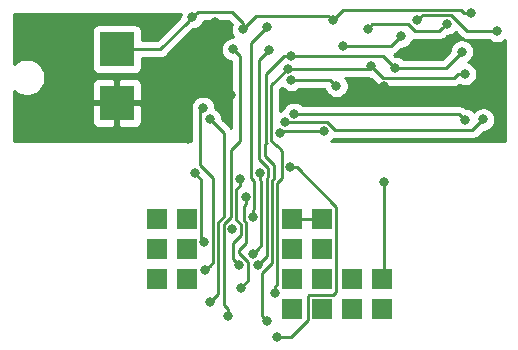
<source format=gbr>
G04 #@! TF.GenerationSoftware,KiCad,Pcbnew,(5.1.5)-3*
G04 #@! TF.CreationDate,2020-03-16T19:29:18-04:00*
G04 #@! TF.ProjectId,PicoTrackerWSPR2Rev1,5069636f-5472-4616-936b-657257535052,rev?*
G04 #@! TF.SameCoordinates,Original*
G04 #@! TF.FileFunction,Copper,L2,Bot*
G04 #@! TF.FilePolarity,Positive*
%FSLAX46Y46*%
G04 Gerber Fmt 4.6, Leading zero omitted, Abs format (unit mm)*
G04 Created by KiCad (PCBNEW (5.1.5)-3) date 2020-03-16 19:29:18*
%MOMM*%
%LPD*%
G04 APERTURE LIST*
%ADD10R,3.000000X3.000000*%
%ADD11R,1.700000X1.700000*%
%ADD12C,0.800000*%
%ADD13C,0.250000*%
%ADD14C,0.254000*%
G04 APERTURE END LIST*
D10*
X80010000Y-70253000D03*
X80010000Y-74803000D03*
D11*
X85979000Y-84645500D03*
X83439000Y-84645500D03*
X97409000Y-84645500D03*
X94869000Y-84645500D03*
X94869000Y-87185500D03*
X99949000Y-89725500D03*
X99949000Y-92265500D03*
X97409000Y-89725500D03*
X97409000Y-92265500D03*
X85979000Y-89725500D03*
X85979000Y-87185500D03*
X83439000Y-89725500D03*
X83439000Y-87185500D03*
X94869000Y-92265500D03*
X94869000Y-89725500D03*
X102489000Y-89725500D03*
X102489000Y-92265500D03*
X97409000Y-87185500D03*
D12*
X110744000Y-70866000D03*
X108458000Y-74168000D03*
X89662000Y-74168000D03*
X80264000Y-74676000D03*
X100050991Y-73660000D03*
X102597087Y-73406153D03*
X86614000Y-80771994D03*
X87429002Y-86614000D03*
X105410000Y-69850000D03*
X96774000Y-74168000D03*
X88392000Y-70104000D03*
X88322002Y-67916977D03*
X97536000Y-77216000D03*
X93827032Y-77355329D03*
X98298000Y-67818004D03*
X90678000Y-68580000D03*
X109972276Y-67198010D03*
X86413842Y-67548299D03*
X104064312Y-69166575D03*
X99146624Y-69987195D03*
X91943800Y-88506554D03*
X92885817Y-70317012D03*
X89429204Y-92819009D03*
X89842384Y-70275072D03*
X109486814Y-72353177D03*
X94507642Y-71895108D03*
X93377021Y-90932000D03*
X101555629Y-71704607D03*
X94742014Y-70866000D03*
X92713766Y-93269020D03*
X103559009Y-71840011D03*
X109236041Y-70461306D03*
X90502067Y-90450510D03*
X90932000Y-82803988D03*
X92119232Y-80725303D03*
X91537032Y-87593010D03*
X92719493Y-68366994D03*
X91538910Y-84474595D03*
X90424000Y-81248328D03*
X90330844Y-88485145D03*
X87884000Y-91694000D03*
X87904999Y-76200000D03*
X87330307Y-75218417D03*
X87468304Y-88978377D03*
X101253994Y-68543010D03*
X107950000Y-68098061D03*
X112180808Y-68697972D03*
X105426080Y-67818000D03*
X102616000Y-81534000D03*
X89780156Y-85438979D03*
X93566235Y-94615495D03*
X94705010Y-80264008D03*
X109474000Y-76236990D03*
X95022024Y-75727343D03*
X111026665Y-76196151D03*
X94278545Y-76396121D03*
X94787543Y-72855150D03*
X98600979Y-73366086D03*
D13*
X87154001Y-86338999D02*
X87429002Y-86614000D01*
X87154001Y-81311995D02*
X87154001Y-86338999D01*
X86614000Y-80771994D02*
X87154001Y-81311995D01*
X88392000Y-70104000D02*
X88392000Y-67986975D01*
X88392000Y-67986975D02*
X88322002Y-67916977D01*
X93966361Y-77216000D02*
X93827032Y-77355329D01*
X97536000Y-77216000D02*
X93966361Y-77216000D01*
X91077999Y-68180001D02*
X90678000Y-68580000D01*
X98298000Y-67818004D02*
X97898001Y-67418005D01*
X97898001Y-67418005D02*
X91839995Y-67418005D01*
X91839995Y-67418005D02*
X91077999Y-68180001D01*
X96309000Y-84645500D02*
X94869000Y-84645500D01*
X97409000Y-84645500D02*
X96309000Y-84645500D01*
X98298000Y-67818004D02*
X99192994Y-66923010D01*
X109131591Y-66923010D02*
X109406591Y-67198010D01*
X109406591Y-67198010D02*
X109972276Y-67198010D01*
X99192994Y-66923010D02*
X109131591Y-66923010D01*
X86013843Y-67948298D02*
X86413842Y-67548299D01*
X83709141Y-70253000D02*
X86013843Y-67948298D01*
X80010000Y-70253000D02*
X83709141Y-70253000D01*
X90678000Y-68014315D02*
X89756683Y-67092998D01*
X90678000Y-68580000D02*
X90678000Y-68014315D01*
X89756683Y-67092998D02*
X86869143Y-67092998D01*
X86813841Y-67148300D02*
X86413842Y-67548299D01*
X86869143Y-67092998D02*
X86813841Y-67148300D01*
X103243692Y-69987195D02*
X99712309Y-69987195D01*
X99712309Y-69987195D02*
X99146624Y-69987195D01*
X104064312Y-69166575D02*
X103243692Y-69987195D01*
X92055426Y-79557256D02*
X92055426Y-71147403D01*
X92713922Y-87736432D02*
X92713922Y-81172395D01*
X92485818Y-70717011D02*
X92885817Y-70317012D01*
X92844242Y-80346072D02*
X92055426Y-79557256D01*
X92844242Y-81042075D02*
X92844242Y-80346072D01*
X92055426Y-71147403D02*
X92485818Y-70717011D01*
X91943800Y-88506554D02*
X92713922Y-87736432D01*
X92713922Y-81172395D02*
X92844242Y-81042075D01*
X89429204Y-92819009D02*
X89429204Y-92253324D01*
X90424000Y-70856688D02*
X90242383Y-70675071D01*
X89662000Y-84486573D02*
X89662000Y-78809804D01*
X89055155Y-91879275D02*
X89055155Y-85093418D01*
X89662000Y-78809804D02*
X90424000Y-78047804D01*
X90424000Y-78047804D02*
X90424000Y-70856688D01*
X89055155Y-85093418D02*
X89662000Y-84486573D01*
X90242383Y-70675071D02*
X89842384Y-70275072D01*
X89429204Y-92253324D02*
X89055155Y-91879275D01*
X101365128Y-71895108D02*
X101555629Y-71704607D01*
X94507642Y-71895108D02*
X101365128Y-71895108D01*
X102532174Y-72681152D02*
X101955628Y-72104606D01*
X101955628Y-72104606D02*
X101555629Y-71704607D01*
X108921129Y-72353177D02*
X108593154Y-72681152D01*
X108593154Y-72681152D02*
X102532174Y-72681152D01*
X109486814Y-72353177D02*
X108921129Y-72353177D01*
X93377021Y-90366315D02*
X93377021Y-90932000D01*
X93615390Y-90127946D02*
X93377021Y-90366315D01*
X93980000Y-78865590D02*
X93980000Y-81179138D01*
X93980000Y-81179138D02*
X93615390Y-81543748D01*
X93102022Y-73300728D02*
X93102022Y-77987612D01*
X93615390Y-81543748D02*
X93615390Y-90127946D01*
X93486387Y-78371978D02*
X93492659Y-78371257D01*
X93806817Y-78652618D02*
X93806649Y-78692238D01*
X93102022Y-77987612D02*
X93486387Y-78371978D01*
X93492659Y-78371257D02*
X93538940Y-78408006D01*
X93806649Y-78692238D02*
X93980000Y-78865590D01*
X93564391Y-78408115D02*
X93806817Y-78652618D01*
X94507642Y-71895108D02*
X93102022Y-73300728D01*
X93538940Y-78408006D02*
X93564391Y-78408115D01*
X94176329Y-70866000D02*
X94742014Y-70866000D01*
X92652011Y-72390318D02*
X94176329Y-70866000D01*
X92652011Y-78174011D02*
X92652011Y-72390318D01*
X92710000Y-78232000D02*
X92652011Y-78174011D01*
X102584998Y-70866000D02*
X103559009Y-71840011D01*
X94742014Y-70866000D02*
X102584998Y-70866000D01*
X93163933Y-81358795D02*
X93163933Y-88359425D01*
X92652011Y-78174011D02*
X92537399Y-78288623D01*
X93294253Y-80086253D02*
X93294253Y-81228475D01*
X92537399Y-79329399D02*
X93294253Y-80086253D01*
X92537399Y-78288623D02*
X92537399Y-79329399D01*
X93294253Y-81228475D02*
X93163933Y-81358795D01*
X92313767Y-89209591D02*
X92313767Y-92869021D01*
X92313767Y-92869021D02*
X92713766Y-93269020D01*
X93163933Y-88359425D02*
X92313767Y-89209591D01*
X103559009Y-71840011D02*
X107857336Y-71840011D01*
X107857336Y-71840011D02*
X109236041Y-70461306D01*
X91149001Y-88277983D02*
X90355420Y-87484402D01*
X90955168Y-86650668D02*
X90955168Y-84904578D01*
X90812742Y-83488931D02*
X90932000Y-83369673D01*
X91149001Y-89803576D02*
X91149001Y-88277983D01*
X90955168Y-84904578D02*
X90812742Y-84762152D01*
X90812742Y-84762152D02*
X90812742Y-83488931D01*
X90355420Y-87250416D02*
X90955168Y-86650668D01*
X90355420Y-87484402D02*
X90355420Y-87250416D01*
X90932000Y-83369673D02*
X90932000Y-82803988D01*
X90502067Y-90450510D02*
X91149001Y-89803576D01*
X92263911Y-81435667D02*
X92263911Y-86866131D01*
X92263911Y-86866131D02*
X91937031Y-87193011D01*
X91937031Y-87193011D02*
X91537032Y-87593010D01*
X92119232Y-81290988D02*
X92263911Y-81435667D01*
X92119232Y-80725303D02*
X92119232Y-81290988D01*
X91657001Y-83790819D02*
X91538910Y-83908910D01*
X91657001Y-81439999D02*
X91657001Y-83790819D01*
X91352785Y-69733702D02*
X91352785Y-81135783D01*
X92719493Y-68366994D02*
X91352785Y-69733702D01*
X91352785Y-81135783D02*
X91657001Y-81439999D01*
X91538910Y-83908910D02*
X91538910Y-84474595D01*
X90112011Y-82126002D02*
X90112011Y-84697832D01*
X90424000Y-81248328D02*
X90424000Y-81814013D01*
X90424000Y-81814013D02*
X90112011Y-82126002D01*
X90112011Y-84697832D02*
X90505157Y-85090978D01*
X90505157Y-85090978D02*
X90505157Y-85969035D01*
X89821012Y-86653180D02*
X89821012Y-87975313D01*
X89821012Y-87975313D02*
X89930845Y-88085146D01*
X89930845Y-88085146D02*
X90330844Y-88485145D01*
X90505157Y-85969035D02*
X89821012Y-86653180D01*
X89059012Y-84453150D02*
X89059012Y-77354013D01*
X89059012Y-77354013D02*
X88304998Y-76599999D01*
X88304998Y-76599999D02*
X87904999Y-76200000D01*
X88605144Y-84907018D02*
X89059012Y-84453150D01*
X87884000Y-91694000D02*
X88605144Y-90972856D01*
X88605144Y-90972856D02*
X88605144Y-84907018D01*
X87868303Y-88578378D02*
X87468304Y-88978377D01*
X88154004Y-88292677D02*
X87868303Y-88578378D01*
X87330307Y-75218417D02*
X87027999Y-75520725D01*
X88154004Y-81173002D02*
X88154004Y-88292677D01*
X87027999Y-80046997D02*
X88154004Y-81173002D01*
X87027999Y-75520725D02*
X87027999Y-80046997D01*
X104701011Y-68143011D02*
X105283999Y-68725999D01*
X107550001Y-68498060D02*
X107950000Y-68098061D01*
X101253994Y-68543010D02*
X101653993Y-68143011D01*
X105283999Y-68725999D02*
X107322062Y-68725999D01*
X101653993Y-68143011D02*
X104701011Y-68143011D01*
X107322062Y-68725999D02*
X107550001Y-68498060D01*
X105826079Y-67418001D02*
X105426080Y-67818000D01*
X109649004Y-68697972D02*
X108324053Y-67373021D01*
X108324053Y-67373021D02*
X105871059Y-67373021D01*
X112180808Y-68697972D02*
X109649004Y-68697972D01*
X105871059Y-67373021D02*
X105826079Y-67418001D01*
X102616000Y-89598500D02*
X102489000Y-89725500D01*
X102616000Y-81534000D02*
X102616000Y-89598500D01*
X98584001Y-90835501D02*
X98584001Y-83577314D01*
X98584001Y-83577314D02*
X95270695Y-80264008D01*
X96298999Y-91090499D02*
X98329003Y-91090499D01*
X96233999Y-91155499D02*
X96298999Y-91090499D01*
X96233999Y-93185503D02*
X96233999Y-91155499D01*
X93566235Y-94615495D02*
X94804007Y-94615495D01*
X98329003Y-91090499D02*
X98584001Y-90835501D01*
X95270695Y-80264008D02*
X94705010Y-80264008D01*
X94804007Y-94615495D02*
X96233999Y-93185503D01*
X109474000Y-76236990D02*
X108964353Y-75727343D01*
X108964353Y-75727343D02*
X95587709Y-75727343D01*
X95587709Y-75727343D02*
X95022024Y-75727343D01*
X98501003Y-77107999D02*
X97845349Y-76452345D01*
X110114817Y-77107999D02*
X98501003Y-77107999D01*
X111026665Y-76196151D02*
X110114817Y-77107999D01*
X94334769Y-76452345D02*
X94278545Y-76396121D01*
X97845349Y-76452345D02*
X94334769Y-76452345D01*
X94787543Y-72855150D02*
X98090043Y-72855150D01*
X98090043Y-72855150D02*
X98600979Y-73366086D01*
D14*
G36*
X85418616Y-67246401D02*
G01*
X85378842Y-67446360D01*
X85378842Y-67508497D01*
X83394340Y-69493000D01*
X82148072Y-69493000D01*
X82148072Y-68753000D01*
X82135812Y-68628518D01*
X82099502Y-68508820D01*
X82040537Y-68398506D01*
X81961185Y-68301815D01*
X81864494Y-68222463D01*
X81754180Y-68163498D01*
X81634482Y-68127188D01*
X81510000Y-68114928D01*
X78510000Y-68114928D01*
X78385518Y-68127188D01*
X78265820Y-68163498D01*
X78155506Y-68222463D01*
X78058815Y-68301815D01*
X77979463Y-68398506D01*
X77920498Y-68508820D01*
X77884188Y-68628518D01*
X77871928Y-68753000D01*
X77871928Y-71753000D01*
X77884188Y-71877482D01*
X77920498Y-71997180D01*
X77979463Y-72107494D01*
X78058815Y-72204185D01*
X78155506Y-72283537D01*
X78265820Y-72342502D01*
X78385518Y-72378812D01*
X78510000Y-72391072D01*
X81510000Y-72391072D01*
X81634482Y-72378812D01*
X81754180Y-72342502D01*
X81864494Y-72283537D01*
X81961185Y-72204185D01*
X82040537Y-72107494D01*
X82099502Y-71997180D01*
X82135812Y-71877482D01*
X82148072Y-71753000D01*
X82148072Y-71013000D01*
X83671819Y-71013000D01*
X83709141Y-71016676D01*
X83746463Y-71013000D01*
X83746474Y-71013000D01*
X83858127Y-71002003D01*
X84001388Y-70958546D01*
X84133417Y-70887974D01*
X84249142Y-70793001D01*
X84272945Y-70763997D01*
X86453644Y-68583299D01*
X86515781Y-68583299D01*
X86715740Y-68543525D01*
X86904098Y-68465504D01*
X87073616Y-68352236D01*
X87217779Y-68208073D01*
X87331047Y-68038555D01*
X87407908Y-67852998D01*
X89441882Y-67852998D01*
X89736729Y-68147845D01*
X89682774Y-68278102D01*
X89643000Y-68478061D01*
X89643000Y-68681939D01*
X89682774Y-68881898D01*
X89760795Y-69070256D01*
X89874063Y-69239774D01*
X89874361Y-69240072D01*
X89740445Y-69240072D01*
X89540486Y-69279846D01*
X89352128Y-69357867D01*
X89182610Y-69471135D01*
X89038447Y-69615298D01*
X88925179Y-69784816D01*
X88847158Y-69973174D01*
X88807384Y-70173133D01*
X88807384Y-70377011D01*
X88847158Y-70576970D01*
X88925179Y-70765328D01*
X89038447Y-70934846D01*
X89182610Y-71079009D01*
X89352128Y-71192277D01*
X89540486Y-71270298D01*
X89664001Y-71294866D01*
X89664000Y-76893199D01*
X89599013Y-76814012D01*
X89570014Y-76790214D01*
X88939999Y-76160199D01*
X88939999Y-76098061D01*
X88900225Y-75898102D01*
X88822204Y-75709744D01*
X88708936Y-75540226D01*
X88564773Y-75396063D01*
X88395255Y-75282795D01*
X88365307Y-75270390D01*
X88365307Y-75116478D01*
X88325533Y-74916519D01*
X88247512Y-74728161D01*
X88134244Y-74558643D01*
X87990081Y-74414480D01*
X87820563Y-74301212D01*
X87632205Y-74223191D01*
X87432246Y-74183417D01*
X87228368Y-74183417D01*
X87028409Y-74223191D01*
X86840051Y-74301212D01*
X86670533Y-74414480D01*
X86526370Y-74558643D01*
X86413102Y-74728161D01*
X86335081Y-74916519D01*
X86295307Y-75116478D01*
X86295307Y-75317969D01*
X86278996Y-75371740D01*
X86267999Y-75483393D01*
X86267999Y-75483403D01*
X86264323Y-75520725D01*
X86267999Y-75558048D01*
X86268000Y-78009781D01*
X86263063Y-78009781D01*
X86072914Y-78047604D01*
X86012171Y-78072765D01*
X85986283Y-78064912D01*
X85885647Y-78055000D01*
X85852000Y-78051686D01*
X85818353Y-78055000D01*
X71297000Y-78055000D01*
X71297000Y-76303000D01*
X77871928Y-76303000D01*
X77884188Y-76427482D01*
X77920498Y-76547180D01*
X77979463Y-76657494D01*
X78058815Y-76754185D01*
X78155506Y-76833537D01*
X78265820Y-76892502D01*
X78385518Y-76928812D01*
X78510000Y-76941072D01*
X79724250Y-76938000D01*
X79883000Y-76779250D01*
X79883000Y-74930000D01*
X80137000Y-74930000D01*
X80137000Y-76779250D01*
X80295750Y-76938000D01*
X81510000Y-76941072D01*
X81634482Y-76928812D01*
X81754180Y-76892502D01*
X81864494Y-76833537D01*
X81961185Y-76754185D01*
X82040537Y-76657494D01*
X82099502Y-76547180D01*
X82135812Y-76427482D01*
X82148072Y-76303000D01*
X82145000Y-75088750D01*
X81986250Y-74930000D01*
X80137000Y-74930000D01*
X79883000Y-74930000D01*
X78033750Y-74930000D01*
X77875000Y-75088750D01*
X77871928Y-76303000D01*
X71297000Y-76303000D01*
X71297000Y-73794402D01*
X71378777Y-73876179D01*
X71638594Y-74049782D01*
X71927286Y-74169363D01*
X72233761Y-74230324D01*
X72546239Y-74230324D01*
X72852714Y-74169363D01*
X73141406Y-74049782D01*
X73401223Y-73876179D01*
X73622179Y-73655223D01*
X73795782Y-73395406D01*
X73834058Y-73303000D01*
X77871928Y-73303000D01*
X77875000Y-74517250D01*
X78033750Y-74676000D01*
X79883000Y-74676000D01*
X79883000Y-72826750D01*
X80137000Y-72826750D01*
X80137000Y-74676000D01*
X81986250Y-74676000D01*
X82145000Y-74517250D01*
X82148072Y-73303000D01*
X82135812Y-73178518D01*
X82099502Y-73058820D01*
X82040537Y-72948506D01*
X81961185Y-72851815D01*
X81864494Y-72772463D01*
X81754180Y-72713498D01*
X81634482Y-72677188D01*
X81510000Y-72664928D01*
X80295750Y-72668000D01*
X80137000Y-72826750D01*
X79883000Y-72826750D01*
X79724250Y-72668000D01*
X78510000Y-72664928D01*
X78385518Y-72677188D01*
X78265820Y-72713498D01*
X78155506Y-72772463D01*
X78058815Y-72851815D01*
X77979463Y-72948506D01*
X77920498Y-73058820D01*
X77884188Y-73178518D01*
X77871928Y-73303000D01*
X73834058Y-73303000D01*
X73915363Y-73106714D01*
X73976324Y-72800239D01*
X73976324Y-72487761D01*
X73915363Y-72181286D01*
X73795782Y-71892594D01*
X73622179Y-71632777D01*
X73401223Y-71411821D01*
X73141406Y-71238218D01*
X72852714Y-71118637D01*
X72546239Y-71057676D01*
X72233761Y-71057676D01*
X71927286Y-71118637D01*
X71638594Y-71238218D01*
X71378777Y-71411821D01*
X71297000Y-71493598D01*
X71297000Y-67233000D01*
X85424167Y-67233000D01*
X85418616Y-67246401D01*
G37*
X85418616Y-67246401D02*
X85378842Y-67446360D01*
X85378842Y-67508497D01*
X83394340Y-69493000D01*
X82148072Y-69493000D01*
X82148072Y-68753000D01*
X82135812Y-68628518D01*
X82099502Y-68508820D01*
X82040537Y-68398506D01*
X81961185Y-68301815D01*
X81864494Y-68222463D01*
X81754180Y-68163498D01*
X81634482Y-68127188D01*
X81510000Y-68114928D01*
X78510000Y-68114928D01*
X78385518Y-68127188D01*
X78265820Y-68163498D01*
X78155506Y-68222463D01*
X78058815Y-68301815D01*
X77979463Y-68398506D01*
X77920498Y-68508820D01*
X77884188Y-68628518D01*
X77871928Y-68753000D01*
X77871928Y-71753000D01*
X77884188Y-71877482D01*
X77920498Y-71997180D01*
X77979463Y-72107494D01*
X78058815Y-72204185D01*
X78155506Y-72283537D01*
X78265820Y-72342502D01*
X78385518Y-72378812D01*
X78510000Y-72391072D01*
X81510000Y-72391072D01*
X81634482Y-72378812D01*
X81754180Y-72342502D01*
X81864494Y-72283537D01*
X81961185Y-72204185D01*
X82040537Y-72107494D01*
X82099502Y-71997180D01*
X82135812Y-71877482D01*
X82148072Y-71753000D01*
X82148072Y-71013000D01*
X83671819Y-71013000D01*
X83709141Y-71016676D01*
X83746463Y-71013000D01*
X83746474Y-71013000D01*
X83858127Y-71002003D01*
X84001388Y-70958546D01*
X84133417Y-70887974D01*
X84249142Y-70793001D01*
X84272945Y-70763997D01*
X86453644Y-68583299D01*
X86515781Y-68583299D01*
X86715740Y-68543525D01*
X86904098Y-68465504D01*
X87073616Y-68352236D01*
X87217779Y-68208073D01*
X87331047Y-68038555D01*
X87407908Y-67852998D01*
X89441882Y-67852998D01*
X89736729Y-68147845D01*
X89682774Y-68278102D01*
X89643000Y-68478061D01*
X89643000Y-68681939D01*
X89682774Y-68881898D01*
X89760795Y-69070256D01*
X89874063Y-69239774D01*
X89874361Y-69240072D01*
X89740445Y-69240072D01*
X89540486Y-69279846D01*
X89352128Y-69357867D01*
X89182610Y-69471135D01*
X89038447Y-69615298D01*
X88925179Y-69784816D01*
X88847158Y-69973174D01*
X88807384Y-70173133D01*
X88807384Y-70377011D01*
X88847158Y-70576970D01*
X88925179Y-70765328D01*
X89038447Y-70934846D01*
X89182610Y-71079009D01*
X89352128Y-71192277D01*
X89540486Y-71270298D01*
X89664001Y-71294866D01*
X89664000Y-76893199D01*
X89599013Y-76814012D01*
X89570014Y-76790214D01*
X88939999Y-76160199D01*
X88939999Y-76098061D01*
X88900225Y-75898102D01*
X88822204Y-75709744D01*
X88708936Y-75540226D01*
X88564773Y-75396063D01*
X88395255Y-75282795D01*
X88365307Y-75270390D01*
X88365307Y-75116478D01*
X88325533Y-74916519D01*
X88247512Y-74728161D01*
X88134244Y-74558643D01*
X87990081Y-74414480D01*
X87820563Y-74301212D01*
X87632205Y-74223191D01*
X87432246Y-74183417D01*
X87228368Y-74183417D01*
X87028409Y-74223191D01*
X86840051Y-74301212D01*
X86670533Y-74414480D01*
X86526370Y-74558643D01*
X86413102Y-74728161D01*
X86335081Y-74916519D01*
X86295307Y-75116478D01*
X86295307Y-75317969D01*
X86278996Y-75371740D01*
X86267999Y-75483393D01*
X86267999Y-75483403D01*
X86264323Y-75520725D01*
X86267999Y-75558048D01*
X86268000Y-78009781D01*
X86263063Y-78009781D01*
X86072914Y-78047604D01*
X86012171Y-78072765D01*
X85986283Y-78064912D01*
X85885647Y-78055000D01*
X85852000Y-78051686D01*
X85818353Y-78055000D01*
X71297000Y-78055000D01*
X71297000Y-76303000D01*
X77871928Y-76303000D01*
X77884188Y-76427482D01*
X77920498Y-76547180D01*
X77979463Y-76657494D01*
X78058815Y-76754185D01*
X78155506Y-76833537D01*
X78265820Y-76892502D01*
X78385518Y-76928812D01*
X78510000Y-76941072D01*
X79724250Y-76938000D01*
X79883000Y-76779250D01*
X79883000Y-74930000D01*
X80137000Y-74930000D01*
X80137000Y-76779250D01*
X80295750Y-76938000D01*
X81510000Y-76941072D01*
X81634482Y-76928812D01*
X81754180Y-76892502D01*
X81864494Y-76833537D01*
X81961185Y-76754185D01*
X82040537Y-76657494D01*
X82099502Y-76547180D01*
X82135812Y-76427482D01*
X82148072Y-76303000D01*
X82145000Y-75088750D01*
X81986250Y-74930000D01*
X80137000Y-74930000D01*
X79883000Y-74930000D01*
X78033750Y-74930000D01*
X77875000Y-75088750D01*
X77871928Y-76303000D01*
X71297000Y-76303000D01*
X71297000Y-73794402D01*
X71378777Y-73876179D01*
X71638594Y-74049782D01*
X71927286Y-74169363D01*
X72233761Y-74230324D01*
X72546239Y-74230324D01*
X72852714Y-74169363D01*
X73141406Y-74049782D01*
X73401223Y-73876179D01*
X73622179Y-73655223D01*
X73795782Y-73395406D01*
X73834058Y-73303000D01*
X77871928Y-73303000D01*
X77875000Y-74517250D01*
X78033750Y-74676000D01*
X79883000Y-74676000D01*
X79883000Y-72826750D01*
X80137000Y-72826750D01*
X80137000Y-74676000D01*
X81986250Y-74676000D01*
X82145000Y-74517250D01*
X82148072Y-73303000D01*
X82135812Y-73178518D01*
X82099502Y-73058820D01*
X82040537Y-72948506D01*
X81961185Y-72851815D01*
X81864494Y-72772463D01*
X81754180Y-72713498D01*
X81634482Y-72677188D01*
X81510000Y-72664928D01*
X80295750Y-72668000D01*
X80137000Y-72826750D01*
X79883000Y-72826750D01*
X79724250Y-72668000D01*
X78510000Y-72664928D01*
X78385518Y-72677188D01*
X78265820Y-72713498D01*
X78155506Y-72772463D01*
X78058815Y-72851815D01*
X77979463Y-72948506D01*
X77920498Y-73058820D01*
X77884188Y-73178518D01*
X77871928Y-73303000D01*
X73834058Y-73303000D01*
X73915363Y-73106714D01*
X73976324Y-72800239D01*
X73976324Y-72487761D01*
X73915363Y-72181286D01*
X73795782Y-71892594D01*
X73622179Y-71632777D01*
X73401223Y-71411821D01*
X73141406Y-71238218D01*
X72852714Y-71118637D01*
X72546239Y-71057676D01*
X72233761Y-71057676D01*
X71927286Y-71118637D01*
X71638594Y-71238218D01*
X71378777Y-71411821D01*
X71297000Y-71493598D01*
X71297000Y-67233000D01*
X85424167Y-67233000D01*
X85418616Y-67246401D01*
G36*
X109085205Y-69208975D02*
G01*
X109109003Y-69237973D01*
X109224728Y-69332946D01*
X109356757Y-69403518D01*
X109500018Y-69446975D01*
X109611671Y-69457972D01*
X109611679Y-69457972D01*
X109649004Y-69461648D01*
X109686329Y-69457972D01*
X111477097Y-69457972D01*
X111521034Y-69501909D01*
X111690552Y-69615177D01*
X111878910Y-69693198D01*
X112078869Y-69732972D01*
X112282747Y-69732972D01*
X112482706Y-69693198D01*
X112671064Y-69615177D01*
X112840582Y-69501909D01*
X112853000Y-69489491D01*
X112853001Y-78055000D01*
X98143298Y-78055000D01*
X98195774Y-78019937D01*
X98339937Y-77875774D01*
X98352451Y-77857045D01*
X98463670Y-77867999D01*
X98463678Y-77867999D01*
X98501003Y-77871675D01*
X98538328Y-77867999D01*
X110077495Y-77867999D01*
X110114817Y-77871675D01*
X110152139Y-77867999D01*
X110152150Y-77867999D01*
X110263803Y-77857002D01*
X110407064Y-77813545D01*
X110539093Y-77742973D01*
X110654818Y-77648000D01*
X110678620Y-77618997D01*
X111066466Y-77231151D01*
X111128604Y-77231151D01*
X111328563Y-77191377D01*
X111516921Y-77113356D01*
X111686439Y-77000088D01*
X111830602Y-76855925D01*
X111943870Y-76686407D01*
X112021891Y-76498049D01*
X112061665Y-76298090D01*
X112061665Y-76094212D01*
X112021891Y-75894253D01*
X111943870Y-75705895D01*
X111830602Y-75536377D01*
X111686439Y-75392214D01*
X111516921Y-75278946D01*
X111328563Y-75200925D01*
X111128604Y-75161151D01*
X110924726Y-75161151D01*
X110724767Y-75200925D01*
X110536409Y-75278946D01*
X110366891Y-75392214D01*
X110229913Y-75529192D01*
X110133774Y-75433053D01*
X109964256Y-75319785D01*
X109775898Y-75241764D01*
X109575939Y-75201990D01*
X109516375Y-75201990D01*
X109504354Y-75187342D01*
X109388629Y-75092369D01*
X109256600Y-75021797D01*
X109113339Y-74978340D01*
X109001686Y-74967343D01*
X109001675Y-74967343D01*
X108964353Y-74963667D01*
X108927031Y-74967343D01*
X95725735Y-74967343D01*
X95681798Y-74923406D01*
X95512280Y-74810138D01*
X95323922Y-74732117D01*
X95123963Y-74692343D01*
X94920085Y-74692343D01*
X94720126Y-74732117D01*
X94531768Y-74810138D01*
X94362250Y-74923406D01*
X94218087Y-75067569D01*
X94104819Y-75237087D01*
X94042383Y-75387819D01*
X93976647Y-75400895D01*
X93862022Y-75448375D01*
X93862022Y-73615529D01*
X93975203Y-73502348D01*
X93983606Y-73514924D01*
X94127769Y-73659087D01*
X94297287Y-73772355D01*
X94485645Y-73850376D01*
X94685604Y-73890150D01*
X94889482Y-73890150D01*
X95089441Y-73850376D01*
X95277799Y-73772355D01*
X95447317Y-73659087D01*
X95491254Y-73615150D01*
X97595244Y-73615150D01*
X97605753Y-73667984D01*
X97683774Y-73856342D01*
X97797042Y-74025860D01*
X97941205Y-74170023D01*
X98110723Y-74283291D01*
X98299081Y-74361312D01*
X98499040Y-74401086D01*
X98702918Y-74401086D01*
X98902877Y-74361312D01*
X99091235Y-74283291D01*
X99260753Y-74170023D01*
X99404916Y-74025860D01*
X99518184Y-73856342D01*
X99596205Y-73667984D01*
X99635979Y-73468025D01*
X99635979Y-73264147D01*
X99596205Y-73064188D01*
X99518184Y-72875830D01*
X99404916Y-72706312D01*
X99353712Y-72655108D01*
X101145756Y-72655108D01*
X101253731Y-72699833D01*
X101453690Y-72739607D01*
X101515828Y-72739607D01*
X101968374Y-73192154D01*
X101992173Y-73221153D01*
X102107898Y-73316126D01*
X102239927Y-73386698D01*
X102383188Y-73430155D01*
X102494841Y-73441152D01*
X102494850Y-73441152D01*
X102532173Y-73444828D01*
X102569496Y-73441152D01*
X108555832Y-73441152D01*
X108593154Y-73444828D01*
X108630476Y-73441152D01*
X108630487Y-73441152D01*
X108742140Y-73430155D01*
X108885401Y-73386698D01*
X109017430Y-73316126D01*
X109047472Y-73291471D01*
X109184916Y-73348403D01*
X109384875Y-73388177D01*
X109588753Y-73388177D01*
X109788712Y-73348403D01*
X109977070Y-73270382D01*
X110146588Y-73157114D01*
X110290751Y-73012951D01*
X110404019Y-72843433D01*
X110482040Y-72655075D01*
X110521814Y-72455116D01*
X110521814Y-72251238D01*
X110482040Y-72051279D01*
X110404019Y-71862921D01*
X110290751Y-71693403D01*
X110146588Y-71549240D01*
X109977070Y-71435972D01*
X109788712Y-71357951D01*
X109764327Y-71353100D01*
X109895815Y-71265243D01*
X110039978Y-71121080D01*
X110153246Y-70951562D01*
X110231267Y-70763204D01*
X110271041Y-70563245D01*
X110271041Y-70359367D01*
X110231267Y-70159408D01*
X110153246Y-69971050D01*
X110039978Y-69801532D01*
X109895815Y-69657369D01*
X109726297Y-69544101D01*
X109537939Y-69466080D01*
X109337980Y-69426306D01*
X109134102Y-69426306D01*
X108934143Y-69466080D01*
X108745785Y-69544101D01*
X108576267Y-69657369D01*
X108432104Y-69801532D01*
X108318836Y-69971050D01*
X108240815Y-70159408D01*
X108201041Y-70359367D01*
X108201041Y-70421504D01*
X107542535Y-71080011D01*
X104262720Y-71080011D01*
X104218783Y-71036074D01*
X104049265Y-70922806D01*
X103860907Y-70844785D01*
X103660948Y-70805011D01*
X103598810Y-70805011D01*
X103498037Y-70704238D01*
X103535939Y-70692741D01*
X103667968Y-70622169D01*
X103783693Y-70527196D01*
X103807495Y-70498193D01*
X104104113Y-70201575D01*
X104166251Y-70201575D01*
X104366210Y-70161801D01*
X104554568Y-70083780D01*
X104724086Y-69970512D01*
X104868249Y-69826349D01*
X104981517Y-69656831D01*
X105059538Y-69468473D01*
X105062608Y-69453039D01*
X105135013Y-69475002D01*
X105283999Y-69489676D01*
X105321332Y-69485999D01*
X107284740Y-69485999D01*
X107322062Y-69489675D01*
X107359384Y-69485999D01*
X107359395Y-69485999D01*
X107471048Y-69475002D01*
X107614309Y-69431545D01*
X107746338Y-69360973D01*
X107862063Y-69266000D01*
X107885865Y-69236997D01*
X107989802Y-69133061D01*
X108051939Y-69133061D01*
X108251898Y-69093287D01*
X108440256Y-69015266D01*
X108609774Y-68901998D01*
X108694001Y-68817771D01*
X109085205Y-69208975D01*
G37*
X109085205Y-69208975D02*
X109109003Y-69237973D01*
X109224728Y-69332946D01*
X109356757Y-69403518D01*
X109500018Y-69446975D01*
X109611671Y-69457972D01*
X109611679Y-69457972D01*
X109649004Y-69461648D01*
X109686329Y-69457972D01*
X111477097Y-69457972D01*
X111521034Y-69501909D01*
X111690552Y-69615177D01*
X111878910Y-69693198D01*
X112078869Y-69732972D01*
X112282747Y-69732972D01*
X112482706Y-69693198D01*
X112671064Y-69615177D01*
X112840582Y-69501909D01*
X112853000Y-69489491D01*
X112853001Y-78055000D01*
X98143298Y-78055000D01*
X98195774Y-78019937D01*
X98339937Y-77875774D01*
X98352451Y-77857045D01*
X98463670Y-77867999D01*
X98463678Y-77867999D01*
X98501003Y-77871675D01*
X98538328Y-77867999D01*
X110077495Y-77867999D01*
X110114817Y-77871675D01*
X110152139Y-77867999D01*
X110152150Y-77867999D01*
X110263803Y-77857002D01*
X110407064Y-77813545D01*
X110539093Y-77742973D01*
X110654818Y-77648000D01*
X110678620Y-77618997D01*
X111066466Y-77231151D01*
X111128604Y-77231151D01*
X111328563Y-77191377D01*
X111516921Y-77113356D01*
X111686439Y-77000088D01*
X111830602Y-76855925D01*
X111943870Y-76686407D01*
X112021891Y-76498049D01*
X112061665Y-76298090D01*
X112061665Y-76094212D01*
X112021891Y-75894253D01*
X111943870Y-75705895D01*
X111830602Y-75536377D01*
X111686439Y-75392214D01*
X111516921Y-75278946D01*
X111328563Y-75200925D01*
X111128604Y-75161151D01*
X110924726Y-75161151D01*
X110724767Y-75200925D01*
X110536409Y-75278946D01*
X110366891Y-75392214D01*
X110229913Y-75529192D01*
X110133774Y-75433053D01*
X109964256Y-75319785D01*
X109775898Y-75241764D01*
X109575939Y-75201990D01*
X109516375Y-75201990D01*
X109504354Y-75187342D01*
X109388629Y-75092369D01*
X109256600Y-75021797D01*
X109113339Y-74978340D01*
X109001686Y-74967343D01*
X109001675Y-74967343D01*
X108964353Y-74963667D01*
X108927031Y-74967343D01*
X95725735Y-74967343D01*
X95681798Y-74923406D01*
X95512280Y-74810138D01*
X95323922Y-74732117D01*
X95123963Y-74692343D01*
X94920085Y-74692343D01*
X94720126Y-74732117D01*
X94531768Y-74810138D01*
X94362250Y-74923406D01*
X94218087Y-75067569D01*
X94104819Y-75237087D01*
X94042383Y-75387819D01*
X93976647Y-75400895D01*
X93862022Y-75448375D01*
X93862022Y-73615529D01*
X93975203Y-73502348D01*
X93983606Y-73514924D01*
X94127769Y-73659087D01*
X94297287Y-73772355D01*
X94485645Y-73850376D01*
X94685604Y-73890150D01*
X94889482Y-73890150D01*
X95089441Y-73850376D01*
X95277799Y-73772355D01*
X95447317Y-73659087D01*
X95491254Y-73615150D01*
X97595244Y-73615150D01*
X97605753Y-73667984D01*
X97683774Y-73856342D01*
X97797042Y-74025860D01*
X97941205Y-74170023D01*
X98110723Y-74283291D01*
X98299081Y-74361312D01*
X98499040Y-74401086D01*
X98702918Y-74401086D01*
X98902877Y-74361312D01*
X99091235Y-74283291D01*
X99260753Y-74170023D01*
X99404916Y-74025860D01*
X99518184Y-73856342D01*
X99596205Y-73667984D01*
X99635979Y-73468025D01*
X99635979Y-73264147D01*
X99596205Y-73064188D01*
X99518184Y-72875830D01*
X99404916Y-72706312D01*
X99353712Y-72655108D01*
X101145756Y-72655108D01*
X101253731Y-72699833D01*
X101453690Y-72739607D01*
X101515828Y-72739607D01*
X101968374Y-73192154D01*
X101992173Y-73221153D01*
X102107898Y-73316126D01*
X102239927Y-73386698D01*
X102383188Y-73430155D01*
X102494841Y-73441152D01*
X102494850Y-73441152D01*
X102532173Y-73444828D01*
X102569496Y-73441152D01*
X108555832Y-73441152D01*
X108593154Y-73444828D01*
X108630476Y-73441152D01*
X108630487Y-73441152D01*
X108742140Y-73430155D01*
X108885401Y-73386698D01*
X109017430Y-73316126D01*
X109047472Y-73291471D01*
X109184916Y-73348403D01*
X109384875Y-73388177D01*
X109588753Y-73388177D01*
X109788712Y-73348403D01*
X109977070Y-73270382D01*
X110146588Y-73157114D01*
X110290751Y-73012951D01*
X110404019Y-72843433D01*
X110482040Y-72655075D01*
X110521814Y-72455116D01*
X110521814Y-72251238D01*
X110482040Y-72051279D01*
X110404019Y-71862921D01*
X110290751Y-71693403D01*
X110146588Y-71549240D01*
X109977070Y-71435972D01*
X109788712Y-71357951D01*
X109764327Y-71353100D01*
X109895815Y-71265243D01*
X110039978Y-71121080D01*
X110153246Y-70951562D01*
X110231267Y-70763204D01*
X110271041Y-70563245D01*
X110271041Y-70359367D01*
X110231267Y-70159408D01*
X110153246Y-69971050D01*
X110039978Y-69801532D01*
X109895815Y-69657369D01*
X109726297Y-69544101D01*
X109537939Y-69466080D01*
X109337980Y-69426306D01*
X109134102Y-69426306D01*
X108934143Y-69466080D01*
X108745785Y-69544101D01*
X108576267Y-69657369D01*
X108432104Y-69801532D01*
X108318836Y-69971050D01*
X108240815Y-70159408D01*
X108201041Y-70359367D01*
X108201041Y-70421504D01*
X107542535Y-71080011D01*
X104262720Y-71080011D01*
X104218783Y-71036074D01*
X104049265Y-70922806D01*
X103860907Y-70844785D01*
X103660948Y-70805011D01*
X103598810Y-70805011D01*
X103498037Y-70704238D01*
X103535939Y-70692741D01*
X103667968Y-70622169D01*
X103783693Y-70527196D01*
X103807495Y-70498193D01*
X104104113Y-70201575D01*
X104166251Y-70201575D01*
X104366210Y-70161801D01*
X104554568Y-70083780D01*
X104724086Y-69970512D01*
X104868249Y-69826349D01*
X104981517Y-69656831D01*
X105059538Y-69468473D01*
X105062608Y-69453039D01*
X105135013Y-69475002D01*
X105283999Y-69489676D01*
X105321332Y-69485999D01*
X107284740Y-69485999D01*
X107322062Y-69489675D01*
X107359384Y-69485999D01*
X107359395Y-69485999D01*
X107471048Y-69475002D01*
X107614309Y-69431545D01*
X107746338Y-69360973D01*
X107862063Y-69266000D01*
X107885865Y-69236997D01*
X107989802Y-69133061D01*
X108051939Y-69133061D01*
X108251898Y-69093287D01*
X108440256Y-69015266D01*
X108609774Y-68901998D01*
X108694001Y-68817771D01*
X109085205Y-69208975D01*
M02*

</source>
